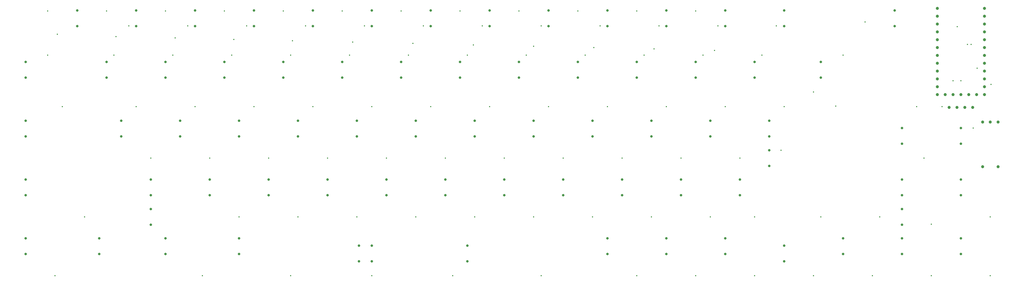
<source format=gbr>
%TF.GenerationSoftware,KiCad,Pcbnew,(6.0.1)*%
%TF.CreationDate,2022-05-15T14:47:24-04:00*%
%TF.ProjectId,GanJing 65 rev 2 hotswap exposed traces,47616e4a-696e-4672-9036-352072657620,2*%
%TF.SameCoordinates,Original*%
%TF.FileFunction,Plated,1,2,PTH,Drill*%
%TF.FilePolarity,Positive*%
%FSLAX46Y46*%
G04 Gerber Fmt 4.6, Leading zero omitted, Abs format (unit mm)*
G04 Created by KiCad (PCBNEW (6.0.1)) date 2022-05-15 14:47:24*
%MOMM*%
%LPD*%
G01*
G04 APERTURE LIST*
%TA.AperFunction,ViaDrill*%
%ADD10C,0.400000*%
%TD*%
%TA.AperFunction,ComponentDrill*%
%ADD11C,0.800000*%
%TD*%
%TA.AperFunction,ComponentDrill*%
%ADD12C,1.000000*%
%TD*%
G04 APERTURE END LIST*
D10*
X59531250Y-100012500D03*
X59531250Y-114300000D03*
X61912500Y-185737500D03*
X62606250Y-107510700D03*
X64293750Y-130968750D03*
X71437500Y-166687500D03*
X78581250Y-100012500D03*
X80962500Y-114300000D03*
X81606250Y-108300000D03*
X85725000Y-104775000D03*
X88106250Y-130968750D03*
X92868750Y-147637500D03*
X97631250Y-100012500D03*
X100012500Y-114300000D03*
X100706250Y-108700000D03*
X104775000Y-104775000D03*
X107156250Y-130968750D03*
X109537500Y-185737500D03*
X111918750Y-147637500D03*
X116681250Y-100012500D03*
X119062500Y-114300000D03*
X119706250Y-109200000D03*
X121443750Y-166687500D03*
X123825000Y-104775000D03*
X126206250Y-130968750D03*
X130968750Y-147637500D03*
X135731250Y-100012500D03*
X138112500Y-114300000D03*
X138112500Y-185737500D03*
X138706250Y-109600000D03*
X140493750Y-166687500D03*
X142875000Y-104775000D03*
X145256250Y-130968750D03*
X150018750Y-147637500D03*
X154781250Y-100012500D03*
X157162500Y-114300000D03*
X158153750Y-110052500D03*
X159543750Y-166687500D03*
X161925000Y-104775000D03*
X164306250Y-130968750D03*
X164306250Y-185737500D03*
X169068750Y-147637500D03*
X173831250Y-100012500D03*
X176212500Y-114300000D03*
X177628750Y-110477500D03*
X178593750Y-166687500D03*
X180975000Y-104775000D03*
X183356250Y-130968750D03*
X188118750Y-147637500D03*
X190500000Y-185737500D03*
X192881250Y-100012500D03*
X195262500Y-114300000D03*
X197153750Y-110952500D03*
X197643750Y-166687500D03*
X200025000Y-104775000D03*
X202406250Y-130968750D03*
X207168750Y-147637500D03*
X211931250Y-100012500D03*
X214312500Y-114300000D03*
X216628750Y-111377500D03*
X216693750Y-166687500D03*
X219075000Y-104775000D03*
X219075000Y-185737500D03*
X221456250Y-130968750D03*
X226218750Y-147637500D03*
X230981250Y-100012500D03*
X233362500Y-114300000D03*
X235743750Y-166687500D03*
X236153750Y-111852500D03*
X238125000Y-104775000D03*
X240506250Y-130968750D03*
X245268750Y-147637500D03*
X250031250Y-100012500D03*
X250031250Y-185737500D03*
X252412500Y-114300000D03*
X254793750Y-166687500D03*
X255628750Y-112277500D03*
X257175000Y-104775000D03*
X259556250Y-130968750D03*
X264318750Y-147637500D03*
X269081250Y-100012500D03*
X269081250Y-185737500D03*
X271462500Y-114300000D03*
X273843750Y-166687500D03*
X275153750Y-112752500D03*
X276225000Y-104775000D03*
X278606250Y-130968750D03*
X283368750Y-147637500D03*
X288131250Y-166687500D03*
X288131250Y-185737500D03*
X290512500Y-114300000D03*
X295106250Y-104775000D03*
X296700000Y-145100000D03*
X297656250Y-130968750D03*
X307181250Y-126206250D03*
X307181250Y-185737500D03*
X309562500Y-166687500D03*
X314325000Y-130810000D03*
X316706250Y-114300000D03*
X323806250Y-103500000D03*
X326231250Y-185737500D03*
X328612500Y-166687500D03*
X340518750Y-130968750D03*
X342900000Y-147637500D03*
X345281250Y-169068750D03*
X345281250Y-185737500D03*
X348706250Y-130968750D03*
X352306250Y-122600000D03*
X353606250Y-105100000D03*
X354806250Y-122600000D03*
X356906250Y-110800000D03*
X358106250Y-110800000D03*
X358800000Y-137900000D03*
X360106250Y-118500000D03*
X364331250Y-166687500D03*
X364331250Y-185737500D03*
X364606250Y-123800000D03*
D11*
%TO.C,D16*%
X52387500Y-116522500D03*
X52387500Y-121602500D03*
%TO.C,D31*%
X52387500Y-135572500D03*
X52387500Y-140652500D03*
%TO.C,D46*%
X52387500Y-154622500D03*
X52387500Y-159702500D03*
%TO.C,D61*%
X52387500Y-173672500D03*
X52387500Y-178752500D03*
%TO.C,D1*%
X69056250Y-99853750D03*
X69056250Y-104933750D03*
%TO.C,D62*%
X76200000Y-173672500D03*
X76200000Y-178752500D03*
%TO.C,D17*%
X78581250Y-116522500D03*
X78581250Y-121602500D03*
%TO.C,D32*%
X83343750Y-135572500D03*
X83343750Y-140652500D03*
%TO.C,D2*%
X88106250Y-99853750D03*
X88106250Y-104933750D03*
%TO.C,D48*%
X92868750Y-154622500D03*
X92868750Y-159702500D03*
%TO.C,D47*%
X92868750Y-164147500D03*
X92868750Y-169227500D03*
%TO.C,D18*%
X97631250Y-116522500D03*
X97631250Y-121602500D03*
%TO.C,D63*%
X97631250Y-173672500D03*
X97631250Y-178752500D03*
%TO.C,D33*%
X102393750Y-135572500D03*
X102393750Y-140652500D03*
%TO.C,D3*%
X107156250Y-99853750D03*
X107156250Y-104933750D03*
%TO.C,D49*%
X111918750Y-154622500D03*
X111918750Y-159702500D03*
%TO.C,D19*%
X116681250Y-116522500D03*
X116681250Y-121602500D03*
%TO.C,D34*%
X121443750Y-135572500D03*
X121443750Y-140652500D03*
%TO.C,D64*%
X121443750Y-173672500D03*
X121443750Y-178752500D03*
%TO.C,D4*%
X126206250Y-99853750D03*
X126206250Y-104933750D03*
%TO.C,D50*%
X130968750Y-154622500D03*
X130968750Y-159702500D03*
%TO.C,D20*%
X135731250Y-116522500D03*
X135731250Y-121602500D03*
%TO.C,D35*%
X140493750Y-135572500D03*
X140493750Y-140652500D03*
%TO.C,D5*%
X145256250Y-99853750D03*
X145256250Y-104933750D03*
%TO.C,D51*%
X150018750Y-154622500D03*
X150018750Y-159702500D03*
%TO.C,D21*%
X154781250Y-116522500D03*
X154781250Y-121602500D03*
%TO.C,D36*%
X159543750Y-135572500D03*
X159543750Y-140652500D03*
%TO.C,D65*%
X160200000Y-176053750D03*
X160200000Y-181133750D03*
%TO.C,D6*%
X164306250Y-99853750D03*
X164306250Y-104933750D03*
%TO.C,D66*%
X164306250Y-176053750D03*
X164306250Y-181133750D03*
%TO.C,D52*%
X169068750Y-154622500D03*
X169068750Y-159702500D03*
%TO.C,D22*%
X173831250Y-116522500D03*
X173831250Y-121602500D03*
%TO.C,D37*%
X178593750Y-135572500D03*
X178593750Y-140652500D03*
%TO.C,D7*%
X183356250Y-99853750D03*
X183356250Y-104933750D03*
%TO.C,D53*%
X188118750Y-154622500D03*
X188118750Y-159702500D03*
%TO.C,D23*%
X192881250Y-116522500D03*
X192881250Y-121602500D03*
%TO.C,D67*%
X195262500Y-176053750D03*
X195262500Y-181133750D03*
%TO.C,D38*%
X197643750Y-135572500D03*
X197643750Y-140652500D03*
%TO.C,D8*%
X202406250Y-99853750D03*
X202406250Y-104933750D03*
%TO.C,D54*%
X207168750Y-154622500D03*
X207168750Y-159702500D03*
%TO.C,D24*%
X211931250Y-116522500D03*
X211931250Y-121602500D03*
%TO.C,D39*%
X216693750Y-135572500D03*
X216693750Y-140652500D03*
%TO.C,D9*%
X221456250Y-99853750D03*
X221456250Y-104933750D03*
%TO.C,D55*%
X226218750Y-154622500D03*
X226218750Y-159702500D03*
%TO.C,D25*%
X230981250Y-116522500D03*
X230981250Y-121602500D03*
%TO.C,D40*%
X235743750Y-135572500D03*
X235743750Y-140652500D03*
%TO.C,D10*%
X240506250Y-99853750D03*
X240506250Y-104933750D03*
%TO.C,D68*%
X240506250Y-173672500D03*
X240506250Y-178752500D03*
%TO.C,D56*%
X245268750Y-154622500D03*
X245268750Y-159702500D03*
%TO.C,D26*%
X250031250Y-116522500D03*
X250031250Y-121602500D03*
%TO.C,D41*%
X254793750Y-135572500D03*
X254793750Y-140652500D03*
%TO.C,D11*%
X259556250Y-99853750D03*
X259556250Y-104933750D03*
%TO.C,D69*%
X259556250Y-173672500D03*
X259556250Y-178752500D03*
%TO.C,D57*%
X264318750Y-154622500D03*
X264318750Y-159702500D03*
%TO.C,D27*%
X269081250Y-116522500D03*
X269081250Y-121602500D03*
%TO.C,D42*%
X273843750Y-135572500D03*
X273843750Y-140652500D03*
%TO.C,D12*%
X278606250Y-99853750D03*
X278606250Y-104933750D03*
%TO.C,D70*%
X278606250Y-173672500D03*
X278606250Y-178752500D03*
%TO.C,D58*%
X283368750Y-154622500D03*
X283368750Y-159702500D03*
%TO.C,D28*%
X288131250Y-116522500D03*
X288131250Y-121602500D03*
%TO.C,D44*%
X292893750Y-135572500D03*
X292893750Y-140652500D03*
%TO.C,D43*%
X292893750Y-145097500D03*
X292893750Y-150177500D03*
%TO.C,D13*%
X297656250Y-99853750D03*
X297656250Y-104933750D03*
%TO.C,D71*%
X297656250Y-176053750D03*
X297656250Y-181133750D03*
%TO.C,D29*%
X309562500Y-116522500D03*
X309562500Y-121602500D03*
%TO.C,D72*%
X316706250Y-173672500D03*
X316706250Y-178752500D03*
%TO.C,D14*%
X333375000Y-99853750D03*
X333375000Y-104933750D03*
%TO.C,D30*%
X335756250Y-137953750D03*
X335756250Y-143033750D03*
%TO.C,D45*%
X335756250Y-154622500D03*
X335756250Y-159702500D03*
%TO.C,D59*%
X335756250Y-164147500D03*
X335756250Y-169227500D03*
%TO.C,D73*%
X335756250Y-173672500D03*
X335756250Y-178752500D03*
%TO.C,D15*%
X354806250Y-137953750D03*
X354806250Y-143033750D03*
%TO.C,D60*%
X354806250Y-154622500D03*
X354806250Y-159702500D03*
%TO.C,D74*%
X354806250Y-173672500D03*
X354806250Y-178752500D03*
D12*
%TO.C,U1*%
X347186250Y-99130000D03*
X347186250Y-101670000D03*
X347186250Y-104210000D03*
X347186250Y-106750000D03*
X347186250Y-109290000D03*
X347186250Y-111830000D03*
X347186250Y-114370000D03*
X347186250Y-116910000D03*
X347186250Y-119450000D03*
X347186250Y-121990000D03*
X347186250Y-124530000D03*
X347186250Y-127070000D03*
X349726250Y-127070000D03*
%TO.C,DS1*%
X350996250Y-131250000D03*
%TO.C,U1*%
X352266250Y-127070000D03*
%TO.C,DS1*%
X353536250Y-131250000D03*
%TO.C,U1*%
X354806250Y-127070000D03*
%TO.C,DS1*%
X356076250Y-131250000D03*
%TO.C,U1*%
X357346250Y-127070000D03*
%TO.C,DS1*%
X358616250Y-131250000D03*
%TO.C,U1*%
X359886250Y-127070000D03*
%TO.C,SW1*%
X361831250Y-135975000D03*
X361831250Y-150475000D03*
%TO.C,U1*%
X362426250Y-99130000D03*
X362426250Y-101670000D03*
X362426250Y-104210000D03*
X362426250Y-106750000D03*
X362426250Y-109290000D03*
X362426250Y-111830000D03*
X362426250Y-114370000D03*
X362426250Y-116910000D03*
X362426250Y-119450000D03*
X362426250Y-121990000D03*
X362426250Y-124530000D03*
X362426250Y-127070000D03*
%TO.C,SW1*%
X364331250Y-135975000D03*
X366831250Y-135975000D03*
X366831250Y-150475000D03*
M02*

</source>
